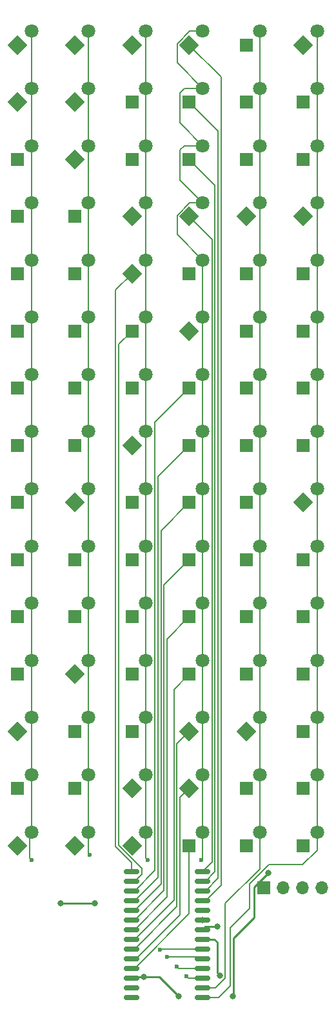
<source format=gbr>
%TF.GenerationSoftware,KiCad,Pcbnew,7.0.2*%
%TF.CreationDate,2023-07-20T19:27:07+01:00*%
%TF.ProjectId,working,776f726b-696e-4672-9e6b-696361645f70,rev?*%
%TF.SameCoordinates,Original*%
%TF.FileFunction,Copper,L2,Bot*%
%TF.FilePolarity,Positive*%
%FSLAX46Y46*%
G04 Gerber Fmt 4.6, Leading zero omitted, Abs format (unit mm)*
G04 Created by KiCad (PCBNEW 7.0.2) date 2023-07-20 19:27:07*
%MOMM*%
%LPD*%
G01*
G04 APERTURE LIST*
G04 Aperture macros list*
%AMRoundRect*
0 Rectangle with rounded corners*
0 $1 Rounding radius*
0 $2 $3 $4 $5 $6 $7 $8 $9 X,Y pos of 4 corners*
0 Add a 4 corners polygon primitive as box body*
4,1,4,$2,$3,$4,$5,$6,$7,$8,$9,$2,$3,0*
0 Add four circle primitives for the rounded corners*
1,1,$1+$1,$2,$3*
1,1,$1+$1,$4,$5*
1,1,$1+$1,$6,$7*
1,1,$1+$1,$8,$9*
0 Add four rect primitives between the rounded corners*
20,1,$1+$1,$2,$3,$4,$5,0*
20,1,$1+$1,$4,$5,$6,$7,0*
20,1,$1+$1,$6,$7,$8,$9,0*
20,1,$1+$1,$8,$9,$2,$3,0*%
%AMRotRect*
0 Rectangle, with rotation*
0 The origin of the aperture is its center*
0 $1 length*
0 $2 width*
0 $3 Rotation angle, in degrees counterclockwise*
0 Add horizontal line*
21,1,$1,$2,0,0,$3*%
G04 Aperture macros list end*
%TA.AperFunction,ComponentPad*%
%ADD10R,1.700000X1.700000*%
%TD*%
%TA.AperFunction,ComponentPad*%
%ADD11O,1.700000X1.700000*%
%TD*%
%TA.AperFunction,ComponentPad*%
%ADD12RotRect,1.800000X1.800000X45.000000*%
%TD*%
%TA.AperFunction,ComponentPad*%
%ADD13C,1.800000*%
%TD*%
%TA.AperFunction,ComponentPad*%
%ADD14R,1.800000X1.800000*%
%TD*%
%TA.AperFunction,SMDPad,CuDef*%
%ADD15RoundRect,0.150000X0.875000X0.150000X-0.875000X0.150000X-0.875000X-0.150000X0.875000X-0.150000X0*%
%TD*%
%TA.AperFunction,ViaPad*%
%ADD16C,0.800000*%
%TD*%
%TA.AperFunction,ViaPad*%
%ADD17C,0.600000*%
%TD*%
%TA.AperFunction,Conductor*%
%ADD18C,0.250000*%
%TD*%
%TA.AperFunction,Conductor*%
%ADD19C,0.200000*%
%TD*%
G04 APERTURE END LIST*
D10*
%TO.P,J2,1,Pin_1*%
%TO.N,+5V*%
X12700000Y-58928000D03*
D11*
%TO.P,J2,2,Pin_2*%
%TO.N,GND*%
X15240000Y-58928000D03*
%TO.P,J2,3,Pin_3*%
%TO.N,/data*%
X17780000Y-58928000D03*
%TO.P,J2,4,Pin_4*%
%TO.N,/clk*%
X20320000Y-58928000D03*
%TD*%
D12*
%TO.P,L74,1,K*%
%TO.N,/col_13*%
X-12116000Y36634000D03*
D13*
%TO.P,L74,2,A*%
%TO.N,/row_2*%
X-10319949Y38430051D03*
%TD*%
D12*
%TO.P,L17,1,K*%
%TO.N,/col_3*%
X10384000Y-38366000D03*
D13*
%TO.P,L17,2,A*%
%TO.N,/row_5*%
X12180051Y-36569949D03*
%TD*%
D12*
%TO.P,L88,1,K*%
%TO.N,/col_15*%
X2884000Y51634000D03*
D13*
%TO.P,L88,2,A*%
%TO.N,/row_4*%
X4680051Y53430051D03*
%TD*%
D12*
%TO.P,L90,1,K*%
%TO.N,/col_15*%
X17884000Y51634000D03*
D13*
%TO.P,L90,2,A*%
%TO.N,/row_6*%
X19680051Y53430051D03*
%TD*%
D12*
%TO.P,L10,1,K*%
%TO.N,/col_2*%
X2884000Y-45866000D03*
D13*
%TO.P,L10,2,A*%
%TO.N,/row_4*%
X4680051Y-44069949D03*
%TD*%
D12*
%TO.P,L70,1,K*%
%TO.N,/col_12*%
X2884000Y29134000D03*
D13*
%TO.P,L70,2,A*%
%TO.N,/row_4*%
X4680051Y30930051D03*
%TD*%
D12*
%TO.P,L80,1,K*%
%TO.N,/col_14*%
X-12116000Y44134000D03*
D13*
%TO.P,L80,2,A*%
%TO.N,/row_2*%
X-10319949Y45930051D03*
%TD*%
D12*
%TO.P,L13,1,K*%
%TO.N,/col_3*%
X-19616000Y-38366000D03*
D13*
%TO.P,L13,2,A*%
%TO.N,/row_1*%
X-17819949Y-36569949D03*
%TD*%
D12*
%TO.P,L9,1,K*%
%TO.N,/col_2*%
X-4616000Y-45866000D03*
D13*
%TO.P,L9,2,A*%
%TO.N,/row_3*%
X-2819949Y-44069949D03*
%TD*%
D12*
%TO.P,L86,1,K*%
%TO.N,/col_15*%
X-12116000Y51634000D03*
D13*
%TO.P,L86,2,A*%
%TO.N,/row_2*%
X-10319949Y53430051D03*
%TD*%
D12*
%TO.P,L71,1,K*%
%TO.N,/col_12*%
X10384000Y29134000D03*
D13*
%TO.P,L71,2,A*%
%TO.N,/row_5*%
X12180051Y30930051D03*
%TD*%
D12*
%TO.P,L69,1,K*%
%TO.N,/col_12*%
X-4616000Y29134000D03*
D13*
%TO.P,L69,2,A*%
%TO.N,/row_3*%
X-2819949Y30930051D03*
%TD*%
D12*
%TO.P,L72,1,K*%
%TO.N,/col_12*%
X17884000Y29134000D03*
D13*
%TO.P,L72,2,A*%
%TO.N,/row_6*%
X19680051Y30930051D03*
%TD*%
D12*
%TO.P,L63,1,K*%
%TO.N,/col_11*%
X-4616000Y21634000D03*
D13*
%TO.P,L63,2,A*%
%TO.N,/row_3*%
X-2819949Y23430051D03*
%TD*%
D12*
%TO.P,L20,1,K*%
%TO.N,/col_4*%
X-12116000Y-30866000D03*
D13*
%TO.P,L20,2,A*%
%TO.N,/row_2*%
X-10319949Y-29069949D03*
%TD*%
D12*
%TO.P,L87,1,K*%
%TO.N,/col_15*%
X-4616000Y51634000D03*
D13*
%TO.P,L87,2,A*%
%TO.N,/row_3*%
X-2819949Y53430051D03*
%TD*%
D12*
%TO.P,L58,1,K*%
%TO.N,/col_10*%
X2884000Y14134000D03*
D13*
%TO.P,L58,2,A*%
%TO.N,/row_4*%
X4680051Y15930051D03*
%TD*%
D12*
%TO.P,L42,1,K*%
%TO.N,/col_7*%
X17884000Y-8366000D03*
D13*
%TO.P,L42,2,A*%
%TO.N,/row_6*%
X19680051Y-6569949D03*
%TD*%
D12*
%TO.P,L16,1,K*%
%TO.N,/col_3*%
X2884000Y-38366000D03*
D13*
%TO.P,L16,2,A*%
%TO.N,/row_4*%
X4680051Y-36569949D03*
%TD*%
D12*
%TO.P,L79,1,K*%
%TO.N,/col_14*%
X-19616000Y44134000D03*
D13*
%TO.P,L79,2,A*%
%TO.N,/row_1*%
X-17819949Y45930051D03*
%TD*%
D12*
%TO.P,L45,1,K*%
%TO.N,/col_8*%
X-4616000Y-866000D03*
D13*
%TO.P,L45,2,A*%
%TO.N,/row_3*%
X-2819949Y930051D03*
%TD*%
D12*
%TO.P,L38,1,K*%
%TO.N,/col_7*%
X-12116000Y-8366000D03*
D13*
%TO.P,L38,2,A*%
%TO.N,/row_2*%
X-10319949Y-6569949D03*
%TD*%
D12*
%TO.P,L85,1,K*%
%TO.N,/col_15*%
X-19616000Y51634000D03*
D13*
%TO.P,L85,2,A*%
%TO.N,/row_1*%
X-17819949Y53430051D03*
%TD*%
D12*
%TO.P,L1,1,K*%
%TO.N,/col_1*%
X-19616000Y-53366000D03*
D13*
%TO.P,L1,2,A*%
%TO.N,/row_1*%
X-17819949Y-51569949D03*
%TD*%
D14*
%TO.P,L61,1,K*%
%TO.N,/col_11*%
X-19616000Y21634000D03*
D13*
%TO.P,L61,2,A*%
%TO.N,/row_1*%
X-17819949Y23430051D03*
%TD*%
D14*
%TO.P,L89,1,K*%
%TO.N,/col_15*%
X10384000Y51634000D03*
D13*
%TO.P,L89,2,A*%
%TO.N,/row_5*%
X12180051Y53430051D03*
%TD*%
D14*
%TO.P,L4,1,K*%
%TO.N,/col_1*%
X2884000Y-53366000D03*
D13*
%TO.P,L4,2,A*%
%TO.N,/row_4*%
X4680051Y-51569949D03*
%TD*%
D14*
%TO.P,L50,1,K*%
%TO.N,/col_9*%
X-12116000Y6634000D03*
D13*
%TO.P,L50,2,A*%
%TO.N,/row_2*%
X-10319949Y8430051D03*
%TD*%
D14*
%TO.P,L75,1,K*%
%TO.N,/col_13*%
X-4616000Y36634000D03*
D13*
%TO.P,L75,2,A*%
%TO.N,/row_3*%
X-2819949Y38430051D03*
%TD*%
D12*
%TO.P,L3,1,K*%
%TO.N,/col_1*%
X-4616000Y-53366000D03*
D13*
%TO.P,L3,2,A*%
%TO.N,/row_3*%
X-2819949Y-51569949D03*
%TD*%
D14*
%TO.P,L76,1,K*%
%TO.N,/col_13*%
X2884000Y36634000D03*
D13*
%TO.P,L76,2,A*%
%TO.N,/row_4*%
X4680051Y38430051D03*
%TD*%
D14*
%TO.P,L27,1,K*%
%TO.N,/col_5*%
X-4616000Y-23366000D03*
D13*
%TO.P,L27,2,A*%
%TO.N,/row_3*%
X-2819949Y-21569949D03*
%TD*%
D14*
%TO.P,L7,1,K*%
%TO.N,/col_2*%
X-19616000Y-45866000D03*
D13*
%TO.P,L7,2,A*%
%TO.N,/row_1*%
X-17819949Y-44069949D03*
%TD*%
D14*
%TO.P,L64,1,K*%
%TO.N,/col_11*%
X2884000Y21634000D03*
D13*
%TO.P,L64,2,A*%
%TO.N,/row_4*%
X4680051Y23430051D03*
%TD*%
D14*
%TO.P,L35,1,K*%
%TO.N,/col_6*%
X10384000Y-15866000D03*
D13*
%TO.P,L35,2,A*%
%TO.N,/row_5*%
X12180051Y-14069949D03*
%TD*%
D14*
%TO.P,L12,1,K*%
%TO.N,/col_2*%
X17884000Y-45866000D03*
D13*
%TO.P,L12,2,A*%
%TO.N,/row_6*%
X19680051Y-44069949D03*
%TD*%
D14*
%TO.P,L65,1,K*%
%TO.N,/col_11*%
X10384000Y21634000D03*
D13*
%TO.P,L65,2,A*%
%TO.N,/row_5*%
X12180051Y23430051D03*
%TD*%
D14*
%TO.P,L53,1,K*%
%TO.N,/col_9*%
X10384000Y6634000D03*
D13*
%TO.P,L53,2,A*%
%TO.N,/row_5*%
X12180051Y8430051D03*
%TD*%
D14*
%TO.P,L60,1,K*%
%TO.N,/col_10*%
X17884000Y14134000D03*
D13*
%TO.P,L60,2,A*%
%TO.N,/row_6*%
X19680051Y15930051D03*
%TD*%
D14*
%TO.P,L78,1,K*%
%TO.N,/col_13*%
X17884000Y36634000D03*
D13*
%TO.P,L78,2,A*%
%TO.N,/row_6*%
X19680051Y38430051D03*
%TD*%
D14*
%TO.P,L23,1,K*%
%TO.N,/col_4*%
X10384000Y-30866000D03*
D13*
%TO.P,L23,2,A*%
%TO.N,/row_5*%
X12180051Y-29069949D03*
%TD*%
D14*
%TO.P,L41,1,K*%
%TO.N,/col_7*%
X10384000Y-8366000D03*
D13*
%TO.P,L41,2,A*%
%TO.N,/row_5*%
X12180051Y-6569949D03*
%TD*%
D14*
%TO.P,L83,1,K*%
%TO.N,/col_14*%
X10384000Y44134000D03*
D13*
%TO.P,L83,2,A*%
%TO.N,/row_5*%
X12180051Y45930051D03*
%TD*%
D12*
%TO.P,L2,1,K*%
%TO.N,/col_1*%
X-12116000Y-53366000D03*
D13*
%TO.P,L2,2,A*%
%TO.N,/row_2*%
X-10319949Y-51569949D03*
%TD*%
D14*
%TO.P,L15,1,K*%
%TO.N,/col_3*%
X-4616000Y-38366000D03*
D13*
%TO.P,L15,2,A*%
%TO.N,/row_3*%
X-2819949Y-36569949D03*
%TD*%
D14*
%TO.P,L6,1,K*%
%TO.N,/col_1*%
X17884000Y-53366000D03*
D13*
%TO.P,L6,2,A*%
%TO.N,/row_6*%
X19680051Y-51569949D03*
%TD*%
D14*
%TO.P,L22,1,K*%
%TO.N,/col_4*%
X2884000Y-30866000D03*
D13*
%TO.P,L22,2,A*%
%TO.N,/row_4*%
X4680051Y-29069949D03*
%TD*%
D14*
%TO.P,L48,1,K*%
%TO.N,/col_8*%
X17884000Y-866000D03*
D13*
%TO.P,L48,2,A*%
%TO.N,/row_6*%
X19680051Y930051D03*
%TD*%
D14*
%TO.P,L55,1,K*%
%TO.N,/col_10*%
X-19616000Y14134000D03*
D13*
%TO.P,L55,2,A*%
%TO.N,/row_1*%
X-17819949Y15930051D03*
%TD*%
D14*
%TO.P,L66,1,K*%
%TO.N,/col_11*%
X17884000Y21634000D03*
D13*
%TO.P,L66,2,A*%
%TO.N,/row_6*%
X19680051Y23430051D03*
%TD*%
D14*
%TO.P,L5,1,K*%
%TO.N,/col_1*%
X10384000Y-53366000D03*
D13*
%TO.P,L5,2,A*%
%TO.N,/row_5*%
X12180051Y-51569949D03*
%TD*%
D14*
%TO.P,L34,1,K*%
%TO.N,/col_6*%
X2884000Y-15866000D03*
D13*
%TO.P,L34,2,A*%
%TO.N,/row_4*%
X4680051Y-14069949D03*
%TD*%
D14*
%TO.P,L30,1,K*%
%TO.N,/col_5*%
X17884000Y-23366000D03*
D13*
%TO.P,L30,2,A*%
%TO.N,/row_6*%
X19680051Y-21569949D03*
%TD*%
D14*
%TO.P,L59,1,K*%
%TO.N,/col_10*%
X10384000Y14134000D03*
D13*
%TO.P,L59,2,A*%
%TO.N,/row_5*%
X12180051Y15930051D03*
%TD*%
D14*
%TO.P,L11,1,K*%
%TO.N,/col_2*%
X10384000Y-45866000D03*
D13*
%TO.P,L11,2,A*%
%TO.N,/row_5*%
X12180051Y-44069949D03*
%TD*%
D14*
%TO.P,L46,1,K*%
%TO.N,/col_8*%
X2884000Y-866000D03*
D13*
%TO.P,L46,2,A*%
%TO.N,/row_4*%
X4680051Y930051D03*
%TD*%
D14*
%TO.P,L82,1,K*%
%TO.N,/col_14*%
X2884000Y44134000D03*
D13*
%TO.P,L82,2,A*%
%TO.N,/row_4*%
X4680051Y45930051D03*
%TD*%
D14*
%TO.P,L19,1,K*%
%TO.N,/col_4*%
X-19616000Y-30866000D03*
D13*
%TO.P,L19,2,A*%
%TO.N,/row_1*%
X-17819949Y-29069949D03*
%TD*%
D14*
%TO.P,L73,1,K*%
%TO.N,/col_13*%
X-19616000Y36634000D03*
D13*
%TO.P,L73,2,A*%
%TO.N,/row_1*%
X-17819949Y38430051D03*
%TD*%
D14*
%TO.P,L44,1,K*%
%TO.N,/col_8*%
X-12116000Y-866000D03*
D13*
%TO.P,L44,2,A*%
%TO.N,/row_2*%
X-10319949Y930051D03*
%TD*%
D14*
%TO.P,L33,1,K*%
%TO.N,/col_6*%
X-4616000Y-15866000D03*
D13*
%TO.P,L33,2,A*%
%TO.N,/row_3*%
X-2819949Y-14069949D03*
%TD*%
D14*
%TO.P,L21,1,K*%
%TO.N,/col_4*%
X-4616000Y-30866000D03*
D13*
%TO.P,L21,2,A*%
%TO.N,/row_3*%
X-2819949Y-29069949D03*
%TD*%
D14*
%TO.P,L31,1,K*%
%TO.N,/col_6*%
X-19616000Y-15866000D03*
D13*
%TO.P,L31,2,A*%
%TO.N,/row_1*%
X-17819949Y-14069949D03*
%TD*%
D14*
%TO.P,L25,1,K*%
%TO.N,/col_5*%
X-19616000Y-23366000D03*
D13*
%TO.P,L25,2,A*%
%TO.N,/row_1*%
X-17819949Y-21569949D03*
%TD*%
D14*
%TO.P,L40,1,K*%
%TO.N,/col_7*%
X2884000Y-8366000D03*
D13*
%TO.P,L40,2,A*%
%TO.N,/row_4*%
X4680051Y-6569949D03*
%TD*%
D14*
%TO.P,L24,1,K*%
%TO.N,/col_4*%
X17884000Y-30866000D03*
D13*
%TO.P,L24,2,A*%
%TO.N,/row_6*%
X19680051Y-29069949D03*
%TD*%
D14*
%TO.P,L57,1,K*%
%TO.N,/col_10*%
X-4616000Y14134000D03*
D13*
%TO.P,L57,2,A*%
%TO.N,/row_3*%
X-2819949Y15930051D03*
%TD*%
D14*
%TO.P,L43,1,K*%
%TO.N,/col_8*%
X-19616000Y-866000D03*
D13*
%TO.P,L43,2,A*%
%TO.N,/row_1*%
X-17819949Y930051D03*
%TD*%
D14*
%TO.P,L36,1,K*%
%TO.N,/col_6*%
X17884000Y-15866000D03*
D13*
%TO.P,L36,2,A*%
%TO.N,/row_6*%
X19680051Y-14069949D03*
%TD*%
D14*
%TO.P,L77,1,K*%
%TO.N,/col_13*%
X10384000Y36634000D03*
D13*
%TO.P,L77,2,A*%
%TO.N,/row_5*%
X12180051Y38430051D03*
%TD*%
D14*
%TO.P,L51,1,K*%
%TO.N,/col_9*%
X-4616000Y6634000D03*
D13*
%TO.P,L51,2,A*%
%TO.N,/row_3*%
X-2819949Y8430051D03*
%TD*%
D14*
%TO.P,L8,1,K*%
%TO.N,/col_2*%
X-12116000Y-45866000D03*
D13*
%TO.P,L8,2,A*%
%TO.N,/row_2*%
X-10319949Y-44069949D03*
%TD*%
D14*
%TO.P,L49,1,K*%
%TO.N,/col_9*%
X-19616000Y6634000D03*
D13*
%TO.P,L49,2,A*%
%TO.N,/row_1*%
X-17819949Y8430051D03*
%TD*%
D14*
%TO.P,L18,1,K*%
%TO.N,/col_3*%
X17884000Y-38366000D03*
D13*
%TO.P,L18,2,A*%
%TO.N,/row_6*%
X19680051Y-36569949D03*
%TD*%
D14*
%TO.P,L14,1,K*%
%TO.N,/col_3*%
X-12116000Y-38366000D03*
D13*
%TO.P,L14,2,A*%
%TO.N,/row_2*%
X-10319949Y-36569949D03*
%TD*%
D14*
%TO.P,L28,1,K*%
%TO.N,/col_5*%
X2884000Y-23366000D03*
D13*
%TO.P,L28,2,A*%
%TO.N,/row_4*%
X4680051Y-21569949D03*
%TD*%
D14*
%TO.P,L37,1,K*%
%TO.N,/col_7*%
X-19616000Y-8366000D03*
D13*
%TO.P,L37,2,A*%
%TO.N,/row_1*%
X-17819949Y-6569949D03*
%TD*%
D14*
%TO.P,L81,1,K*%
%TO.N,/col_14*%
X-4616000Y44134000D03*
D13*
%TO.P,L81,2,A*%
%TO.N,/row_3*%
X-2819949Y45930051D03*
%TD*%
D14*
%TO.P,L29,1,K*%
%TO.N,/col_5*%
X10384000Y-23366000D03*
D13*
%TO.P,L29,2,A*%
%TO.N,/row_5*%
X12180051Y-21569949D03*
%TD*%
D14*
%TO.P,L52,1,K*%
%TO.N,/col_9*%
X2884000Y6634000D03*
D13*
%TO.P,L52,2,A*%
%TO.N,/row_4*%
X4680051Y8430051D03*
%TD*%
D14*
%TO.P,L84,1,K*%
%TO.N,/col_14*%
X17884000Y44134000D03*
D13*
%TO.P,L84,2,A*%
%TO.N,/row_6*%
X19680051Y45930051D03*
%TD*%
D14*
%TO.P,L56,1,K*%
%TO.N,/col_10*%
X-12116000Y14134000D03*
D13*
%TO.P,L56,2,A*%
%TO.N,/row_2*%
X-10319949Y15930051D03*
%TD*%
D14*
%TO.P,L32,1,K*%
%TO.N,/col_6*%
X-12116000Y-15866000D03*
D13*
%TO.P,L32,2,A*%
%TO.N,/row_2*%
X-10319949Y-14069949D03*
%TD*%
D14*
%TO.P,L39,1,K*%
%TO.N,/col_7*%
X-4616000Y-8366000D03*
D13*
%TO.P,L39,2,A*%
%TO.N,/row_3*%
X-2819949Y-6569949D03*
%TD*%
D14*
%TO.P,L26,1,K*%
%TO.N,/col_5*%
X-12116000Y-23366000D03*
D13*
%TO.P,L26,2,A*%
%TO.N,/row_2*%
X-10319949Y-21569949D03*
%TD*%
D14*
%TO.P,L47,1,K*%
%TO.N,/col_8*%
X10384000Y-866000D03*
D13*
%TO.P,L47,2,A*%
%TO.N,/row_5*%
X12180051Y930051D03*
%TD*%
D14*
%TO.P,L62,1,K*%
%TO.N,/col_11*%
X-12116000Y21634000D03*
D13*
%TO.P,L62,2,A*%
%TO.N,/row_2*%
X-10319949Y23430051D03*
%TD*%
D14*
%TO.P,L68,1,K*%
%TO.N,/col_12*%
X-12116000Y29134000D03*
D13*
%TO.P,L68,2,A*%
%TO.N,/row_2*%
X-10319949Y30930051D03*
%TD*%
D14*
%TO.P,L54,1,K*%
%TO.N,/col_9*%
X17884000Y6634000D03*
D13*
%TO.P,L54,2,A*%
%TO.N,/row_6*%
X19680051Y8430051D03*
%TD*%
D14*
%TO.P,L67,1,K*%
%TO.N,/col_12*%
X-19616000Y29134000D03*
D13*
%TO.P,L67,2,A*%
%TO.N,/row_1*%
X-17819949Y30930051D03*
%TD*%
D15*
%TO.P,U1,1,___grid12*%
%TO.N,/col_12*%
X4650000Y-56745000D03*
%TO.P,U1,2,___grid13*%
%TO.N,/col_13*%
X4650000Y-58015000D03*
%TO.P,U1,3,___grid14*%
%TO.N,/col_14*%
X4650000Y-59285000D03*
%TO.P,U1,4,___grid15*%
%TO.N,/col_15*%
X4650000Y-60555000D03*
%TO.P,U1,5,___grid16*%
%TO.N,/col_16*%
X4650000Y-61825000D03*
%TO.P,U1,6,___vss*%
%TO.N,GND*%
X4650000Y-63095000D03*
%TO.P,U1,7,___din*%
%TO.N,/data*%
X4650000Y-64365000D03*
%TO.P,U1,8,___sclk*%
%TO.N,/clk*%
X4650000Y-65635000D03*
%TO.P,U1,9,___seg1*%
%TO.N,/row_1*%
X4650000Y-66905000D03*
%TO.P,U1,10,___seg2*%
%TO.N,/row_2*%
X4650000Y-68175000D03*
%TO.P,U1,11,___seg3*%
%TO.N,/row_3*%
X4650000Y-69445000D03*
%TO.P,U1,12,___seg4*%
%TO.N,/row_4*%
X4650000Y-70715000D03*
%TO.P,U1,13,___seg5*%
%TO.N,/row_5*%
X4650000Y-71985000D03*
%TO.P,U1,14,___seg6*%
%TO.N,/row_6*%
X4650000Y-73255000D03*
%TO.P,U1,15,___seg7*%
%TO.N,/row_7*%
X-4650000Y-73255000D03*
%TO.P,U1,16,___seg8*%
%TO.N,/eg8*%
X-4650000Y-71985000D03*
%TO.P,U1,17,___vdd*%
%TO.N,+5V*%
X-4650000Y-70715000D03*
%TO.P,U1,18,___grid1*%
%TO.N,/col_1*%
X-4650000Y-69445000D03*
%TO.P,U1,19,___grid2*%
%TO.N,/col_2*%
X-4650000Y-68175000D03*
%TO.P,U1,20,___grid3*%
%TO.N,/col_3*%
X-4650000Y-66905000D03*
%TO.P,U1,21,___grid4*%
%TO.N,/col_4*%
X-4650000Y-65635000D03*
%TO.P,U1,22,___grid5*%
%TO.N,/col_5*%
X-4650000Y-64365000D03*
%TO.P,U1,23,___grid6*%
%TO.N,/col_6*%
X-4650000Y-63095000D03*
%TO.P,U1,24,___grid7*%
%TO.N,/col_7*%
X-4650000Y-61825000D03*
%TO.P,U1,25,___grid8*%
%TO.N,/col_8*%
X-4650000Y-60555000D03*
%TO.P,U1,26,___grid9*%
%TO.N,/col_9*%
X-4650000Y-59285000D03*
%TO.P,U1,27,___grid10*%
%TO.N,/col_10*%
X-4650000Y-58015000D03*
%TO.P,U1,28,___grid11*%
%TO.N,/col_11*%
X-4650000Y-56745000D03*
%TD*%
D16*
%TO.N,/clk*%
X6920500Y-70422198D03*
%TO.N,/data*%
X6604000Y-64008000D03*
%TO.N,+5V*%
X1524000Y-73152000D03*
X8636000Y-73152000D03*
X13258122Y-56946122D03*
X-3048000Y-70612000D03*
%TO.N,GND*%
X4650000Y-63095000D03*
X-13970000Y-60960000D03*
X-9525000Y-60960000D03*
D17*
%TO.N,/row_1*%
X-955391Y-66989609D03*
X-17780000Y-55245000D03*
%TO.N,/row_2*%
X-10160000Y-54610000D03*
X0Y-67945000D03*
%TO.N,/row_3*%
X1270000Y-69215000D03*
X-2540000Y-55245000D03*
%TO.N,/row_4*%
X2540000Y-70485000D03*
X4445000Y-55245000D03*
%TD*%
D18*
%TO.N,/clk*%
X6199000Y-65635000D02*
X4650000Y-65635000D01*
X6604000Y-66040000D02*
X6199000Y-65635000D01*
X6604000Y-70105698D02*
X6604000Y-66040000D01*
X6920500Y-70422198D02*
X6604000Y-70105698D01*
%TO.N,/data*%
X5007000Y-64008000D02*
X4650000Y-64365000D01*
X6604000Y-64008000D02*
X5007000Y-64008000D01*
%TO.N,+5V*%
X-1016000Y-70612000D02*
X-3048000Y-70612000D01*
X1524000Y-73152000D02*
X-1016000Y-70612000D01*
X8680000Y-65488000D02*
X8680000Y-73108000D01*
X11425000Y-58779244D02*
X11425000Y-62743000D01*
X11425000Y-62743000D02*
X8680000Y-65488000D01*
X8680000Y-73108000D02*
X8636000Y-73152000D01*
X13258122Y-56946122D02*
X11425000Y-58779244D01*
X-4547000Y-70612000D02*
X-4650000Y-70715000D01*
X-3048000Y-70612000D02*
X-4547000Y-70612000D01*
%TO.N,GND*%
X-9525000Y-60960000D02*
X-13970000Y-60960000D01*
D19*
%TO.N,/col_1*%
X2884000Y-62302396D02*
X2884000Y-53366000D01*
X-4650000Y-69445000D02*
X-4258604Y-69445000D01*
X-4258604Y-69445000D02*
X2884000Y-62302396D01*
%TO.N,/row_1*%
X-17819949Y-51569949D02*
X-17819949Y53430051D01*
X-18043208Y-54981792D02*
X-17780000Y-55245000D01*
X-955391Y-66989609D02*
X-870782Y-66905000D01*
X-18043208Y-51793208D02*
X-18043208Y-54981792D01*
X-870782Y-66905000D02*
X4650000Y-66905000D01*
X-17819949Y-51569949D02*
X-18043208Y-51793208D01*
%TO.N,/row_2*%
X0Y-67945000D02*
X4420000Y-67945000D01*
X-10319949Y-54450051D02*
X-10319949Y-51569949D01*
X4420000Y-67945000D02*
X4650000Y-68175000D01*
X-10319949Y53430051D02*
X-10319949Y-51569949D01*
X-10160000Y-54610000D02*
X-10319949Y-54450051D01*
%TO.N,/row_3*%
X4650000Y-69445000D02*
X1500000Y-69445000D01*
X-2819949Y-51569949D02*
X-2819949Y53430051D01*
X-2819949Y-51569949D02*
X-2819949Y-54965051D01*
X-2819949Y-54965051D02*
X-2540000Y-55245000D01*
X1500000Y-69445000D02*
X1270000Y-69215000D01*
%TO.N,/row_4*%
X4680051Y-51569949D02*
X4680051Y-55009949D01*
X2982993Y53430051D02*
X4680051Y53430051D01*
X4680051Y-51569949D02*
X4680051Y930051D01*
X2280051Y45930051D02*
X4680051Y45930051D01*
X1684000Y41426102D02*
X1684000Y45334000D01*
X1311208Y26798894D02*
X1311208Y29258266D01*
X4650000Y-70715000D02*
X2770000Y-70715000D01*
X4680051Y23430051D02*
X1311208Y26798894D01*
X4680051Y45930051D02*
X1311208Y49298894D01*
X1684000Y33926102D02*
X1684000Y37879000D01*
X1311208Y29258266D02*
X2982993Y30930051D01*
X4680051Y30930051D02*
X1684000Y33926102D01*
X4680051Y-55009949D02*
X4445000Y-55245000D01*
X2982993Y30930051D02*
X4680051Y30930051D01*
X4680051Y930051D02*
X4680051Y23430051D01*
X1311208Y49298894D02*
X1311208Y51758266D01*
X2235051Y38430051D02*
X4680051Y38430051D01*
X2770000Y-70715000D02*
X2540000Y-70485000D01*
X1311208Y51758266D02*
X2982993Y53430051D01*
X1684000Y37879000D02*
X2235051Y38430051D01*
X1684000Y45334000D02*
X2280051Y45930051D01*
X4680051Y38430051D02*
X1684000Y41426102D01*
%TO.N,/row_5*%
X7620000Y-70720000D02*
X7620000Y-60960000D01*
X12180051Y53430051D02*
X12180051Y-51569949D01*
X4650000Y-71985000D02*
X6355000Y-71985000D01*
X12180051Y-56399949D02*
X12180051Y-51569949D01*
X6355000Y-71985000D02*
X7620000Y-70720000D01*
X7620000Y-60960000D02*
X12180051Y-56399949D01*
%TO.N,/row_6*%
X19680051Y-53969949D02*
X17770000Y-55880000D01*
X13335000Y-55880000D02*
X10795000Y-58420000D01*
X19680051Y-51569949D02*
X19680051Y53430051D01*
X8255000Y-71755000D02*
X6755000Y-73255000D01*
X10795000Y-61595000D02*
X8255000Y-64135000D01*
X10795000Y-58420000D02*
X10795000Y-61595000D01*
X8255000Y-64135000D02*
X8255000Y-71755000D01*
X6755000Y-73255000D02*
X4650000Y-73255000D01*
X19680051Y-51569949D02*
X19680051Y-53969949D01*
X17770000Y-55880000D02*
X13335000Y-55880000D01*
%TO.N,/col_12*%
X5880051Y26137949D02*
X2884000Y29134000D01*
X5880051Y-55514949D02*
X5880051Y26137949D01*
X4650000Y-56745000D02*
X5880051Y-55514949D01*
%TO.N,/col_13*%
X4650000Y-58015000D02*
X5041396Y-58015000D01*
X5041396Y-58015000D02*
X6280051Y-56776345D01*
X6280051Y33237949D02*
X2884000Y36634000D01*
X6280051Y-56776345D02*
X6280051Y33237949D01*
%TO.N,/col_14*%
X6680051Y-57646345D02*
X6680051Y40337949D01*
X4650000Y-59285000D02*
X5041396Y-59285000D01*
X5041396Y-59285000D02*
X6680051Y-57646345D01*
X6680051Y40337949D02*
X2884000Y44134000D01*
%TO.N,/col_15*%
X4650000Y-60555000D02*
X5041396Y-60555000D01*
X5041396Y-60555000D02*
X7080051Y-58516345D01*
X7080051Y-58516345D02*
X7080051Y47437949D01*
X7080051Y47437949D02*
X2884000Y51634000D01*
%TO.N,/col_2*%
X1684000Y-47066000D02*
X2884000Y-45866000D01*
X-4650000Y-68175000D02*
X-4040000Y-68175000D01*
X-4040000Y-68175000D02*
X1684000Y-62451000D01*
X1684000Y-62451000D02*
X1684000Y-47066000D01*
%TO.N,/col_3*%
X1284000Y-39966000D02*
X2884000Y-38366000D01*
X-4258604Y-66905000D02*
X1284000Y-61362396D01*
X-4650000Y-66905000D02*
X-4258604Y-66905000D01*
X1284000Y-61362396D02*
X1284000Y-39966000D01*
%TO.N,/col_4*%
X-4258604Y-65635000D02*
X884000Y-60492396D01*
X884000Y-60492396D02*
X884000Y-32866000D01*
X-4650000Y-65635000D02*
X-4258604Y-65635000D01*
X884000Y-32866000D02*
X2884000Y-30866000D01*
%TO.N,/col_5*%
X-4258604Y-64365000D02*
X0Y-60106396D01*
X0Y-60106396D02*
X0Y-26250000D01*
X-4650000Y-64365000D02*
X-4258604Y-64365000D01*
X0Y-26250000D02*
X2884000Y-23366000D01*
%TO.N,/col_6*%
X-4650000Y-63095000D02*
X-4258604Y-63095000D01*
X-4258604Y-63095000D02*
X-400000Y-59236396D01*
X-400000Y-19150000D02*
X2884000Y-15866000D01*
X-400000Y-59236396D02*
X-400000Y-19150000D01*
%TO.N,/col_7*%
X-800000Y-12050000D02*
X2884000Y-8366000D01*
X-4258604Y-61825000D02*
X-800000Y-58366396D01*
X-4650000Y-61825000D02*
X-4258604Y-61825000D01*
X-800000Y-58366396D02*
X-800000Y-12050000D01*
%TO.N,/col_8*%
X-1200000Y-4950000D02*
X2884000Y-866000D01*
X-1200000Y-57496396D02*
X-1200000Y-4950000D01*
X-4258604Y-60555000D02*
X-1200000Y-57496396D01*
X-4650000Y-60555000D02*
X-4258604Y-60555000D01*
%TO.N,/col_9*%
X-4258604Y-59285000D02*
X-1600000Y-56626396D01*
X-4650000Y-59285000D02*
X-4258604Y-59285000D01*
X-1600000Y-56626396D02*
X-1600000Y2150000D01*
X-1600000Y2150000D02*
X2884000Y6634000D01*
%TO.N,/col_10*%
X-3325000Y-57081396D02*
X-3325000Y-56354058D01*
X-6350000Y12400000D02*
X-4616000Y14134000D01*
X-4258604Y-58015000D02*
X-3325000Y-57081396D01*
X-3325000Y-56354058D02*
X-6350000Y-53329058D01*
X-6350000Y-53329058D02*
X-6350000Y12400000D01*
X-4650000Y-58015000D02*
X-4258604Y-58015000D01*
%TO.N,/col_11*%
X-6750000Y19500000D02*
X-4616000Y21634000D01*
X-6750000Y-53494743D02*
X-6750000Y19500000D01*
X-4650000Y-55594744D02*
X-6750000Y-53494743D01*
X-4650000Y-56745000D02*
X-4650000Y-55594744D01*
%TD*%
M02*

</source>
